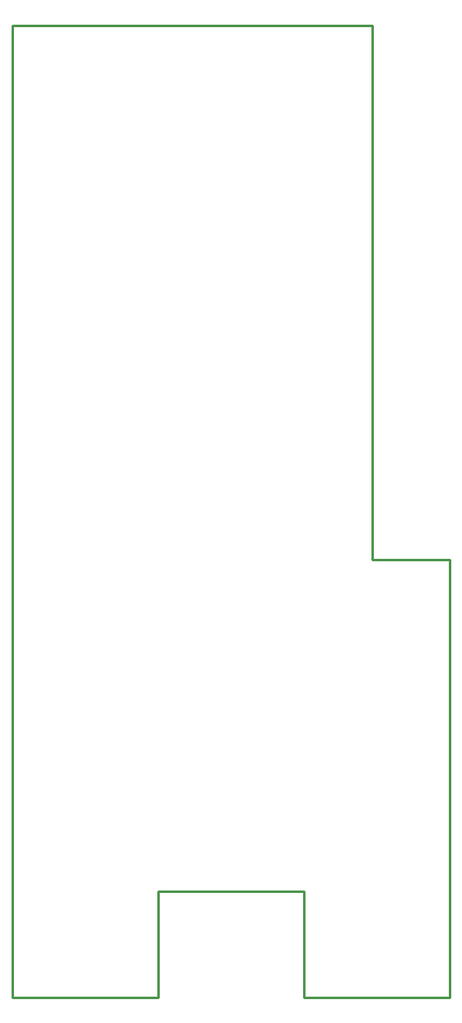
<source format=gko>
%FSTAX24Y24*%
%MOIN*%
G70*
G01*
G75*
G04 Layer_Color=16711935*
%ADD10R,0.0512X0.0394*%
%ADD11R,0.0256X0.0472*%
%ADD12R,0.0394X0.0512*%
%ADD13R,0.0709X0.0709*%
%ADD14O,0.0906X0.0236*%
%ADD15R,0.0984X0.0512*%
%ADD16R,0.0374X0.0315*%
%ADD17R,0.0630X0.0630*%
%ADD18R,0.0945X0.0236*%
%ADD19O,0.0945X0.0236*%
%ADD20R,0.1004X0.1299*%
%ADD21R,0.1004X0.0374*%
%ADD22R,0.0472X0.0512*%
%ADD23R,0.0394X0.0591*%
%ADD24O,0.0394X0.0591*%
%ADD25C,0.0100*%
%ADD26C,0.0250*%
%ADD27C,0.0600*%
%ADD28C,0.0300*%
%ADD29C,0.0400*%
%ADD30C,0.0060*%
%ADD31C,0.0080*%
%ADD32C,0.0591*%
%ADD33R,0.0591X0.0591*%
%ADD34C,0.1800*%
%ADD35R,0.0591X0.0591*%
G04:AMPARAMS|DCode=36|XSize=37.4mil|YSize=57.1mil|CornerRadius=0mil|HoleSize=0mil|Usage=FLASHONLY|Rotation=10.000|XOffset=0mil|YOffset=0mil|HoleType=Round|Shape=Round|*
%AMOVALD36*
21,1,0.0197,0.0374,0.0000,0.0000,100.0*
1,1,0.0374,0.0017,-0.0097*
1,1,0.0374,-0.0017,0.0097*
%
%ADD36OVALD36*%

G04:AMPARAMS|DCode=37|XSize=37.4mil|YSize=57.1mil|CornerRadius=0mil|HoleSize=0mil|Usage=FLASHONLY|Rotation=345.000|XOffset=0mil|YOffset=0mil|HoleType=Round|Shape=Round|*
%AMOVALD37*
21,1,0.0197,0.0374,0.0000,0.0000,75.0*
1,1,0.0374,-0.0025,-0.0095*
1,1,0.0374,0.0025,0.0095*
%
%ADD37OVALD37*%

%ADD38C,0.0984*%
%ADD39R,0.0984X0.0984*%
%ADD40C,0.0709*%
%ADD41C,0.0320*%
%ADD42C,0.0500*%
%ADD43R,0.0592X0.0474*%
%ADD44R,0.0336X0.0552*%
%ADD45R,0.0474X0.0592*%
%ADD46R,0.0789X0.0789*%
%ADD47O,0.0986X0.0316*%
%ADD48R,0.1064X0.0592*%
%ADD49R,0.0454X0.0395*%
%ADD50R,0.0710X0.0710*%
%ADD51R,0.1025X0.0316*%
%ADD52O,0.1025X0.0316*%
%ADD53R,0.1084X0.1379*%
%ADD54R,0.1084X0.0454*%
%ADD55R,0.0552X0.0592*%
%ADD56R,0.0474X0.0671*%
%ADD57O,0.0474X0.0671*%
%ADD58C,0.0671*%
%ADD59R,0.0671X0.0671*%
%ADD60C,0.1880*%
%ADD61R,0.0671X0.0671*%
G04:AMPARAMS|DCode=62|XSize=45.4mil|YSize=65.1mil|CornerRadius=0mil|HoleSize=0mil|Usage=FLASHONLY|Rotation=10.000|XOffset=0mil|YOffset=0mil|HoleType=Round|Shape=Round|*
%AMOVALD62*
21,1,0.0197,0.0454,0.0000,0.0000,100.0*
1,1,0.0454,0.0017,-0.0097*
1,1,0.0454,-0.0017,0.0097*
%
%ADD62OVALD62*%

G04:AMPARAMS|DCode=63|XSize=45.4mil|YSize=65.1mil|CornerRadius=0mil|HoleSize=0mil|Usage=FLASHONLY|Rotation=345.000|XOffset=0mil|YOffset=0mil|HoleType=Round|Shape=Round|*
%AMOVALD63*
21,1,0.0197,0.0454,0.0000,0.0000,75.0*
1,1,0.0454,-0.0025,-0.0095*
1,1,0.0454,0.0025,0.0095*
%
%ADD63OVALD63*%

%ADD64C,0.1064*%
%ADD65R,0.1064X0.1064*%
%ADD66C,0.0789*%
%ADD67C,0.0400*%
%ADD68C,0.0580*%
D25*
X199467Y152067D02*
X200327D01*
X199467D02*
Y153248D01*
Y17372D01*
X191152D02*
X199467D01*
X1849D02*
X191152D01*
X200327Y152067D02*
X202617D01*
Y13435D02*
Y152067D01*
X196711Y13435D02*
X202617D01*
X196711D02*
Y13865D01*
X190806D02*
X196711D01*
X190806Y13435D02*
Y13865D01*
X1849Y13435D02*
X190806D01*
X1849D02*
Y17372D01*
M02*

</source>
